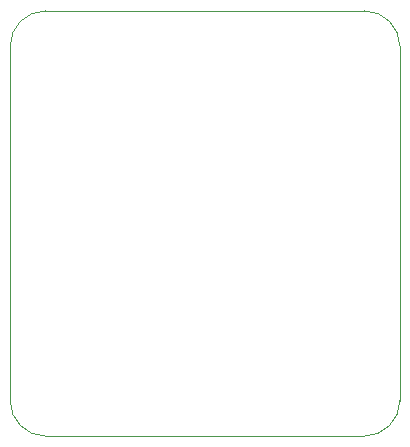
<source format=gm1>
%TF.GenerationSoftware,KiCad,Pcbnew,8.0.7*%
%TF.CreationDate,2025-01-18T18:37:27+05:30*%
%TF.ProjectId,AOS16 Timer,414f5331-3620-4546-996d-65722e6b6963,rev?*%
%TF.SameCoordinates,Original*%
%TF.FileFunction,Profile,NP*%
%FSLAX46Y46*%
G04 Gerber Fmt 4.6, Leading zero omitted, Abs format (unit mm)*
G04 Created by KiCad (PCBNEW 8.0.7) date 2025-01-18 18:37:27*
%MOMM*%
%LPD*%
G01*
G04 APERTURE LIST*
%TA.AperFunction,Profile*%
%ADD10C,0.050000*%
%TD*%
G04 APERTURE END LIST*
D10*
X103500000Y-90000000D02*
X103500000Y-60000000D01*
X103500000Y-90000000D02*
G75*
G02*
X100500000Y-93000000I-3000000J0D01*
G01*
X70500000Y-60000000D02*
X70500000Y-90000000D01*
X100500000Y-57000000D02*
G75*
G02*
X103500000Y-60000000I0J-3000000D01*
G01*
X70500000Y-60000000D02*
G75*
G02*
X73500000Y-57000000I3000000J0D01*
G01*
X73500000Y-93000000D02*
G75*
G02*
X70500000Y-90000000I0J3000000D01*
G01*
X73500000Y-57000000D02*
X100500000Y-57000000D01*
X73500000Y-93000000D02*
X100500000Y-93000000D01*
M02*

</source>
